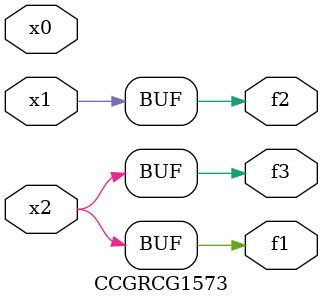
<source format=v>
module CCGRCG1573(
	input x0, x1, x2,
	output f1, f2, f3
);
	assign f1 = x2;
	assign f2 = x1;
	assign f3 = x2;
endmodule

</source>
